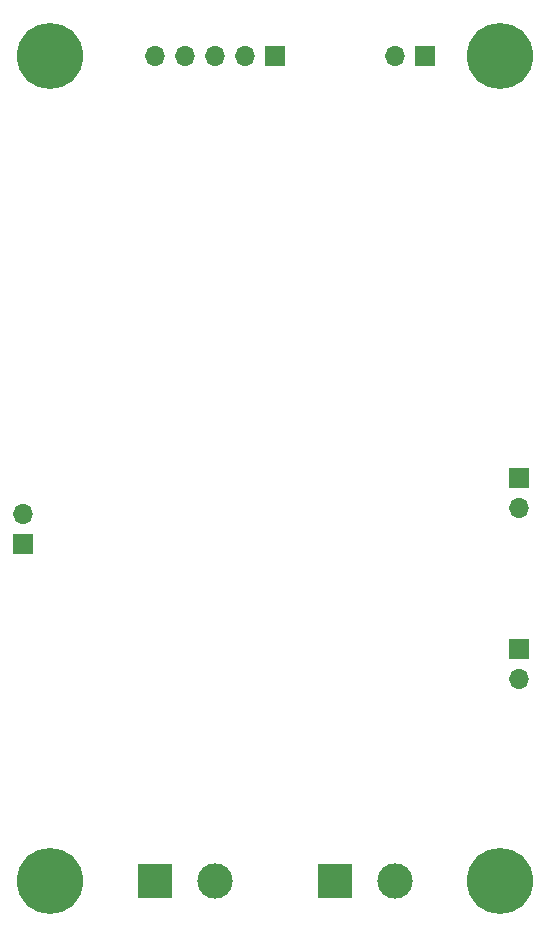
<source format=gbr>
%TF.GenerationSoftware,KiCad,Pcbnew,7.0.5*%
%TF.CreationDate,2023-09-19T19:20:32-07:00*%
%TF.ProjectId,LT3081LEDDriver,4c543330-3831-44c4-9544-447269766572,rev?*%
%TF.SameCoordinates,Original*%
%TF.FileFunction,Soldermask,Bot*%
%TF.FilePolarity,Negative*%
%FSLAX46Y46*%
G04 Gerber Fmt 4.6, Leading zero omitted, Abs format (unit mm)*
G04 Created by KiCad (PCBNEW 7.0.5) date 2023-09-19 19:20:32*
%MOMM*%
%LPD*%
G01*
G04 APERTURE LIST*
%ADD10R,1.700000X1.700000*%
%ADD11O,1.700000X1.700000*%
%ADD12R,3.000000X3.000000*%
%ADD13C,3.000000*%
%ADD14C,5.600000*%
G04 APERTURE END LIST*
D10*
%TO.C,J5*%
X133350000Y-76200000D03*
D11*
X130810000Y-76200000D03*
X128270000Y-76200000D03*
X125730000Y-76200000D03*
X123190000Y-76200000D03*
%TD*%
D12*
%TO.C,J11*%
X123190000Y-146050000D03*
D13*
X128270000Y-146050000D03*
%TD*%
D12*
%TO.C,J1*%
X138430000Y-146050000D03*
D13*
X143510000Y-146050000D03*
%TD*%
D14*
%TO.C,J6*%
X114300000Y-76200000D03*
%TD*%
D10*
%TO.C,J2*%
X154000000Y-112000000D03*
D11*
X154000000Y-114540000D03*
%TD*%
D10*
%TO.C,J3*%
X154000000Y-126460000D03*
D11*
X154000000Y-129000000D03*
%TD*%
D10*
%TO.C,J4*%
X112000000Y-117540000D03*
D11*
X112000000Y-115000000D03*
%TD*%
D14*
%TO.C,J9*%
X114300000Y-146050000D03*
%TD*%
D10*
%TO.C,J10*%
X146050000Y-76200000D03*
D11*
X143510000Y-76200000D03*
%TD*%
D14*
%TO.C,J8*%
X152400000Y-146050000D03*
%TD*%
%TO.C,J7*%
X152400000Y-76200000D03*
%TD*%
M02*

</source>
